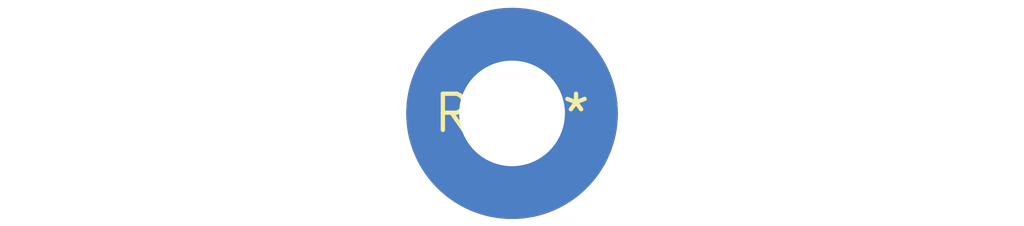
<source format=kicad_pcb>
(kicad_pcb (version 20240108) (generator pcbnew)
  (layers (0 "F.Cu" signal) (31 "B.Cu" signal) (34 "B.Paste" user) (35 "F.Paste" user) (36 "B.SilkS" user "B.Silkscreen") (37 "F.SilkS" user "F.Silkscreen") (38 "B.Mask" user) (39 "F.Mask" user) (44 "Edge.Cuts" user))
  (net 0 "")
  (footprint "MountingHole_3.7mm_Pad_TopBottom" (layer "F.Cu") (at 0 0)
    (property "Reference" "REF**")
    (property "Value" "MountingHole_3.7mm_Pad_TopBottom")
    (pad "1" thru_hole circle (at 0 0) (size 4.1 4.1) (drill 3.7) (layers *.Cu *.Mask) (remove_unused_layers))
    (pad "1" connect circle (at 0 0) (size 7.4 7.4) (layers "F.Cu" "F.Mask"))
    (pad "1" connect circle (at 0 0) (size 7.4 7.4) (layers "B.Cu" "B.Mask"))
  )
)
</source>
